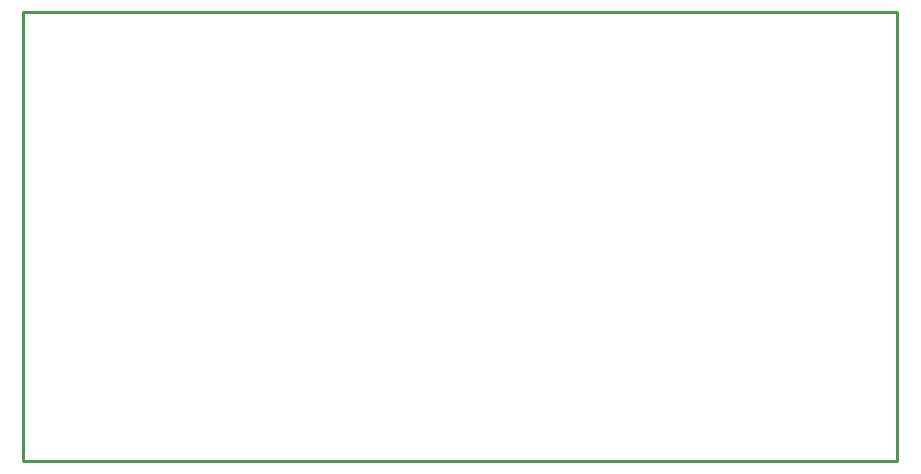
<source format=gko>
G04 Layer: BoardOutlineLayer*
G04 EasyEDA v6.5.38, 2023-12-02 23:49:31*
G04 f3335789055e47b3961c9cef71cec245,07f4848b7c094117bb63b494a1dfdd33,10*
G04 Gerber Generator version 0.2*
G04 Scale: 100 percent, Rotated: No, Reflected: No *
G04 Dimensions in millimeters *
G04 leading zeros omitted , absolute positions ,4 integer and 5 decimal *
%FSLAX45Y45*%
%MOMM*%

%ADD10C,0.2540*%
D10*
X500126Y6100063D02*
G01*
X500126Y6100063D01*
X7899984Y6099987D01*
X7899984Y2299995D01*
X499998Y2299995D01*
X500126Y5867400D01*
X500126Y6100063D01*

%LPD*%
M02*

</source>
